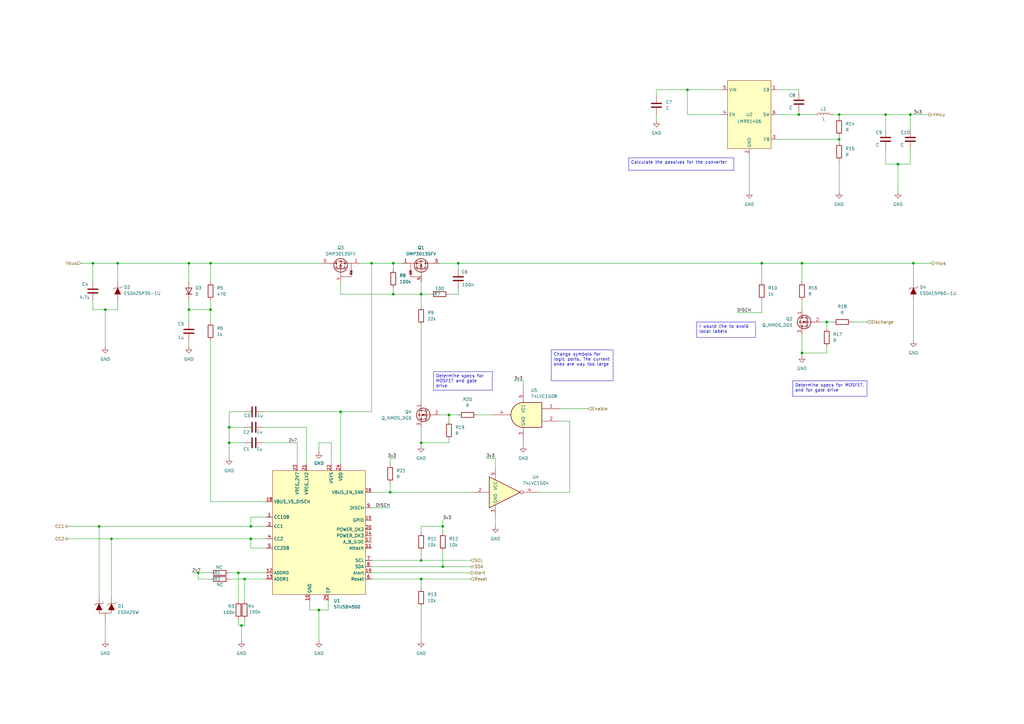
<source format=kicad_sch>
(kicad_sch (version 20231120) (generator "eeschema") (generator_version "8.0")
  (paper "A3")
  (lib_symbols
    (symbol "74xGxx:74LVC1G04"
      (property "Reference" "U" (at 0 7.62 0))
      (property "Value" "74LVC1G04" (at 5.08 -7.62 0))
      (symbol "74LVC1G04_0_1"
        (polyline (pts (xy -7.62 6.35) (xy -7.62 -6.35) (xy 5.08 0) (xy -7.62 6.35)) (stroke (width 0.254)) (fill (type background)))
      )
      (symbol "74LVC1G04_1_1"
        (pin input line (at -15.24 0 0) (length 7.62) (name "~") (number "2"))
        (pin power_in line (at -5.08 -10.16 90) (length 5.08) (name "GND") (number "3"))
        (pin output inverted (at 12.7 0 180) (length 7.62) (name "~") (number "4"))
        (pin power_in line (at -5.08 10.16 270) (length 5.08) (name "VCC") (number "5"))
      )
    )
    (symbol "74xGxx:74LVC1G08"
      (property "Reference" "U" (at -5.08 7.62 0))
      (property "Value" "74LVC1G08" (at 7.62 -7.62 0))
      (symbol "74LVC1G08_0_1"
        (arc (start 0 -5.08) (mid 5.0579 0) (end 0 5.08) (stroke (width 0.254)) (fill (type background)))
        (polyline (pts (xy 0 -5.08) (xy -7.62 -5.08) (xy -7.62 5.08) (xy 0 5.08)) (stroke (width 0.254)) (fill (type background)))
      )
      (symbol "74LVC1G08_1_1"
        (pin input line (at -15.24 2.54 0) (length 7.62) (name "~") (number "1"))
        (pin input line (at -15.24 -2.54 0) (length 7.62) (name "~") (number "2"))
        (pin power_in line (at 0 -10.16 90) (length 5.08) (name "GND") (number "3"))
        (pin output line (at 12.7 0 180) (length 7.62) (name "~") (number "4"))
        (pin power_in line (at 0 10.16 270) (length 5.08) (name "VCC") (number "5"))
      )
    )
    (symbol "Device:C" (pin_numbers hide) (pin_names (offset 0.254))
      (property "Reference" "C" (at 0.635 2.54 0))
      (property "Value" "C" (at 0.635 -2.54 0))
      (symbol "C_0_1"
        (polyline (pts (xy -2.032 -0.762) (xy 2.032 -0.762)) (stroke (width 0.508)))
        (polyline (pts (xy -2.032 0.762) (xy 2.032 0.762)) (stroke (width 0.508)))
      )
      (symbol "C_1_1"
        (pin passive line (at 0 3.81 270) (length 2.794) (name "~") (number "1"))
        (pin passive line (at 0 -3.81 90) (length 2.794) (name "~") (number "2"))
      )
    )
    (symbol "Device:D" (pin_numbers hide) (pin_names (offset 1.016) hide)
      (property "Reference" "D" (at 0 2.54 0))
      (property "Value" "D" (at 0 -2.54 0))
      (symbol "D_0_1"
        (polyline (pts (xy -1.27 1.27) (xy -1.27 -1.27)) (stroke (width 0.254)))
        (polyline (pts (xy 1.27 0) (xy -1.27 0)))
        (polyline (pts (xy 1.27 1.27) (xy 1.27 -1.27) (xy -1.27 0) (xy 1.27 1.27)) (stroke (width 0.254)))
      )
      (symbol "D_1_1"
        (pin passive line (at -3.81 0 0) (length 2.54) (name "K") (number "1"))
        (pin passive line (at 3.81 0 180) (length 2.54) (name "A") (number "2"))
      )
    )
    (symbol "Device:L" (pin_numbers hide) (pin_names (offset 1.016) hide)
      (property "Reference" "L" (at -1.27 0 90))
      (property "Value" "L" (at 1.905 0 90))
      (symbol "L_0_1"
        (arc (start 0 -2.54) (mid 0.6323 -1.905) (end 0 -1.27))
        (arc (start 0 -1.27) (mid 0.6323 -0.635) (end 0 0))
        (arc (start 0 0) (mid 0.6323 0.635) (end 0 1.27))
        (arc (start 0 1.27) (mid 0.6323 1.905) (end 0 2.54))
      )
      (symbol "L_1_1"
        (pin passive line (at 0 3.81 270) (length 1.27) (name "1") (number "1"))
        (pin passive line (at 0 -3.81 90) (length 1.27) (name "2") (number "2"))
      )
    )
    (symbol "Device:Q_NMOS_DGS" (pin_names (offset 0) hide)
      (property "Reference" "Q" (at 5.08 1.27 0))
      (property "Value" "Q_NMOS_DGS" (at 5.08 -1.27 0))
      (symbol "Q_NMOS_DGS_0_1"
        (polyline (pts (xy 0.254 0) (xy -2.54 0)))
        (polyline (pts (xy 0.254 1.905) (xy 0.254 -1.905)) (stroke (width 0.254)))
        (polyline (pts (xy 0.762 -1.27) (xy 0.762 -2.286)) (stroke (width 0.254)))
        (polyline (pts (xy 0.762 0.508) (xy 0.762 -0.508)) (stroke (width 0.254)))
        (polyline (pts (xy 0.762 2.286) (xy 0.762 1.27)) (stroke (width 0.254)))
        (polyline (pts (xy 2.54 2.54) (xy 2.54 1.778)))
        (polyline (pts (xy 2.54 -2.54) (xy 2.54 0) (xy 0.762 0)))
        (polyline (pts (xy 0.762 -1.778) (xy 3.302 -1.778) (xy 3.302 1.778) (xy 0.762 1.778)))
        (polyline (pts (xy 1.016 0) (xy 2.032 0.381) (xy 2.032 -0.381) (xy 1.016 0)) (fill (type outline)))
        (polyline (pts (xy 2.794 0.508) (xy 2.921 0.381) (xy 3.683 0.381) (xy 3.81 0.254)))
        (polyline (pts (xy 3.302 0.381) (xy 2.921 -0.254) (xy 3.683 -0.254) (xy 3.302 0.381)))
        (circle (center 1.651 0) (radius 2.794) (stroke (width 0.254)))
        (circle (center 2.54 -1.778) (radius 0.254) (fill (type outline)))
        (circle (center 2.54 1.778) (radius 0.254) (fill (type outline)))
      )
      (symbol "Q_NMOS_DGS_1_1"
        (pin passive line (at 2.54 5.08 270) (length 2.54) (name "D") (number "1"))
        (pin input line (at -5.08 0 0) (length 2.54) (name "G") (number "2"))
        (pin passive line (at 2.54 -5.08 90) (length 2.54) (name "S") (number "3"))
      )
    )
    (symbol "Device:R" (pin_numbers hide) (pin_names (offset 0))
      (property "Reference" "R" (at 2.032 0 90))
      (property "Value" "R" (at 0 0 90))
      (symbol "R_0_1"
        (rectangle (start -1.016 -2.54) (end 1.016 2.54) (stroke (width 0.254)))
      )
      (symbol "R_1_1"
        (pin passive line (at 0 3.81 270) (length 1.27) (name "~") (number "1"))
        (pin passive line (at 0 -3.81 90) (length 1.27) (name "~") (number "2"))
      )
    )
    (symbol "Pyllr_Converter_DCDC:LMR51406"
      (property "Reference" "U" (at 0 0 0))
      (property "Value" "LMR51406" (at 0 -2.286 0))
      (symbol "LMR51406_1_1"
        (rectangle (start -8.89 13.97) (end 8.89 -13.97) (fill (type background)))
        (pin passive line (at 11.43 10.16 180) (length 2.54) (name "CB") (number "1"))
        (pin power_out line (at 0 -16.51 90) (length 2.54) (name "GND") (number "2"))
        (pin passive line (at 11.43 -10.16 180) (length 2.54) (name "FB") (number "3"))
        (pin input line (at -11.43 0 0) (length 2.54) (name "EN") (number "4"))
        (pin power_in line (at -11.43 10.16 0) (length 2.54) (name "VIN") (number "5"))
        (pin power_out line (at 11.43 0 180) (length 2.54) (name "SW") (number "6"))
      )
    )
    (symbol "Pyllr_Interface_USB:STUSB4500QTR"
      (property "Reference" "U" (at 0.127 1.905 0))
      (property "Value" "STUSB4500" (at -0.127 -0.381 0))
      (symbol "STUSB4500QTR_1_1"
        (rectangle (start -19.05 25.4) (end 19.05 -25.4) (fill (type background)))
        (pin bidirectional line (at -21.59 6.35 0) (length 2.54) (name "CC1DB") (number "1"))
        (pin power_out line (at -3.81 -27.94 90) (length 2.54) (name "GND") (number "10"))
        (pin output line (at 21.59 -6.35 180) (length 2.54) (name "Attach") (number "11"))
        (pin input line (at -21.59 -16.51 0) (length 2.54) (name "ADDR0") (number "12"))
        (pin input line (at -21.59 -19.05 0) (length 2.54) (name "ADDR1") (number "13"))
        (pin output line (at 21.59 -1.27 180) (length 2.54) (name "POWER_OK3") (number "14"))
        (pin output line (at 21.59 5.08 180) (length 2.54) (name "GPIO") (number "15"))
        (pin open_collector line (at 21.59 16.51 180) (length 2.54) (name "VBUS_EN_SNK") (number "16"))
        (pin output line (at 21.59 -3.81 180) (length 2.54) (name "A_B_SIDE") (number "17"))
        (pin open_collector line (at -21.59 12.7 0) (length 2.54) (name "VBUS_VS_DISCH") (number "18"))
        (pin output line (at 21.59 -16.51 180) (length 2.54) (name "Alert") (number "19"))
        (pin bidirectional line (at -21.59 2.54 0) (length 2.54) (name "CC1") (number "2"))
        (pin output line (at 21.59 1.27 180) (length 2.54) (name "POWER_OK2") (number "20"))
        (pin power_out line (at -5.08 27.94 270) (length 2.54) (name "VREG_1V2") (number "21"))
        (pin power_in line (at 5.08 27.94 270) (length 2.54) (name "VSYS") (number "22"))
        (pin power_out line (at -8.89 27.94 270) (length 2.54) (name "VREG_2V7") (number "23"))
        (pin power_in line (at 8.89 27.94 270) (length 2.54) (name "VDD") (number "24"))
        (pin power_out line (at 3.81 -27.94 90) (length 2.54) (name "EP") (number "25"))
        (pin no_connect line (at 0 -27.94 90) (length 2.54) hide (name "NC") (number "3"))
        (pin bidirectional line (at -21.59 -2.54 0) (length 2.54) (name "CC2") (number "4"))
        (pin bidirectional line (at -21.59 -6.35 0) (length 2.54) (name "CC2DB") (number "5"))
        (pin input line (at 21.59 -19.05 180) (length 2.54) (name "Reset") (number "6"))
        (pin input line (at 21.59 -11.43 180) (length 2.54) (name "SCL") (number "7"))
        (pin bidirectional line (at 21.59 -13.97 180) (length 2.54) (name "SDA") (number "8"))
        (pin open_collector line (at 21.59 10.16 180) (length 2.54) (name "DISCH") (number "9"))
      )
    )
    (symbol "Pyllr_Power_Protection:ESDA25W" (pin_numbers hide) (pin_names hide)
      (property "Reference" "D" (at 5.842 -0.127 0))
      (property "Value" "ESDA25W" (at 9.652 -2.286 0))
      (symbol "ESDA25W_0_1"
        (polyline (pts (xy 0 -2.54) (xy 0 -3.81)))
        (polyline (pts (xy 2.54 -1.27) (xy 2.54 -2.54) (xy -2.54 -2.54) (xy -2.54 -1.27)))
      )
      (symbol "ESDA25W_1_1"
        (polyline (pts (xy -2.54 1.27) (xy -3.81 1.27) (xy -4.445 0.635)))
        (polyline (pts (xy -2.54 1.27) (xy -1.27 1.27) (xy -0.635 1.905)))
        (polyline (pts (xy 2.54 1.27) (xy 1.27 1.27) (xy 0.635 0.635)))
        (polyline (pts (xy 2.54 1.27) (xy 3.81 1.27) (xy 4.445 1.905)))
        (polyline (pts (xy -3.81 -1.27) (xy -1.27 -1.27) (xy -2.54 1.27) (xy -3.81 -1.27)) (fill (type outline)))
        (polyline (pts (xy 1.27 -1.27) (xy 3.81 -1.27) (xy 2.54 1.27) (xy 1.27 -1.27)) (fill (type outline)))
        (pin passive line (at 2.54 3.81 270) (length 2.54) (name "~") (number "1"))
        (pin passive line (at -2.54 3.81 270) (length 2.54) (name "~") (number "2"))
        (pin passive line (at 0 -6.35 90) (length 2.54) (name "~") (number "3"))
      )
    )
    (symbol "Pyllr_Power_Protection:ESDAxxPxx-1U" (pin_numbers hide) (pin_names hide)
      (property "Reference" "D" (at 3.683 1.27 0))
      (property "Value" "ESDAxxPxx-1U" (at 10.16 -1.143 0))
      (symbol "ESDAxxPxx-1U_1_1"
        (polyline (pts (xy 0 1.27) (xy -1.27 1.27) (xy -1.905 0.635)))
        (polyline (pts (xy 0 1.27) (xy 1.27 1.27) (xy 1.905 1.905)))
        (polyline (pts (xy -1.27 -1.27) (xy 1.27 -1.27) (xy 0 1.27) (xy -1.27 -1.27)) (fill (type outline)))
        (pin passive line (at 0 3.81 270) (length 2.54) (name "~") (number "1"))
        (pin passive line (at 0 -3.81 90) (length 2.54) (name "~") (number "2"))
      )
    )
    (symbol "Pyllr_Transistor_FET:DMP3013SFV"
      (property "Reference" "Q" (at 3.302 0.508 0))
      (property "Value" "DMP3013SFV" (at 8.89 -1.778 0))
      (symbol "DMP3013SFV_0_1"
        (circle (center -0.889 0) (radius 2.794) (stroke (width 0.254)))
        (circle (center 0 -1.778) (radius 0.254) (fill (type outline)))
        (polyline (pts (xy -2.286 0) (xy -5.08 0)))
        (polyline (pts (xy -2.286 1.905) (xy -2.286 -1.905)) (stroke (width 0.254)))
        (polyline (pts (xy -1.778 -1.27) (xy -1.778 -2.286)) (stroke (width 0.254)))
        (polyline (pts (xy -1.778 0.508) (xy -1.778 -0.508)) (stroke (width 0.254)))
        (polyline (pts (xy -1.778 2.286) (xy -1.778 1.27)) (stroke (width 0.254)))
        (polyline (pts (xy 0 -1.905) (xy 0 -5.08)))
        (polyline (pts (xy 0 2.54) (xy 0 1.778)))
        (polyline (pts (xy 0 5.08) (xy 0 1.905)))
        (polyline (pts (xy 0 -2.54) (xy 0 0) (xy -1.778 0)))
        (polyline (pts (xy -1.778 1.778) (xy 0.762 1.778) (xy 0.762 -1.778) (xy -1.778 -1.778)))
        (polyline (pts (xy -0.254 0) (xy -1.27 0.381) (xy -1.27 -0.381) (xy -0.254 0)) (fill (type outline)))
        (polyline (pts (xy 0.254 -0.508) (xy 0.381 -0.381) (xy 1.143 -0.381) (xy 1.27 -0.254)))
        (polyline (pts (xy 0.762 -0.381) (xy 0.381 0.254) (xy 1.143 0.254) (xy 0.762 -0.381)))
        (circle (center 0 1.778) (radius 0.254) (fill (type outline)))
      )
      (symbol "DMP3013SFV_1_1"
        (polyline (pts (xy -3.048 -4.318) (xy 0 -4.318)))
        (polyline (pts (xy -4.572 -4.318) (xy -5.588 -4.318) (xy -5.588 0)))
        (polyline (pts (xy -3.81 -4.318) (xy -3.81 -4.826) (xy -3.556 -5.08)))
        (polyline (pts (xy -3.81 -4.318) (xy -3.81 -3.81) (xy -4.064 -3.556)))
        (polyline (pts (xy -3.81 -4.318) (xy -4.572 -3.81) (xy -4.572 -4.826) (xy -3.81 -4.318)) (fill (type outline)))
        (polyline (pts (xy -3.81 -4.318) (xy -3.048 -4.826) (xy -3.048 -3.81) (xy -3.81 -4.318)) (fill (type outline)))
        (pin passive line (at 0 -7.62 90) (length 2.54) (name "~") (number "1"))
        (pin passive line (at 0 -7.62 90) (length 2.54) hide (name "~") (number "2"))
        (pin passive line (at 0 -7.62 90) (length 2.54) hide (name "~") (number "3"))
        (pin input line (at -7.62 0 0) (length 2.54) (name "~") (number "4"))
        (pin passive line (at 0 7.62 270) (length 2.54) (name "~") (number "5"))
      )
    )
    (symbol "power:GND" (power) (pin_numbers hide) (pin_names (offset 0) hide)
      (property "Value" "GND" (at 0 -3.81 0))
      (symbol "GND_0_1"
        (polyline (pts (xy 0 0) (xy 0 -1.27) (xy 1.27 -1.27) (xy 0 -2.54) (xy -1.27 -1.27) (xy 0 -1.27)))
      )
      (symbol "GND_1_1"
        (pin power_in line (at 0 0 270) (length 0) (name "~") (number "1"))
      )
    )
  )
  (junction (at 86.36 127))
  (junction (at 281.94 36.83))
  (junction (at 48.26 107.95))
  (junction (at 93.98 181.61))
  (junction (at 187.96 107.95))
  (junction (at 181.61 232.41))
  (junction (at 161.29 107.95))
  (junction (at 327.66 46.99))
  (junction (at 40.64 215.9))
  (junction (at 373.38 46.99))
  (junction (at 152.4 107.95))
  (junction (at 339.09 132.08))
  (junction (at 38.1 107.95))
  (junction (at 100.33 237.49))
  (junction (at 172.72 237.49))
  (junction (at 93.98 175.26))
  (junction (at 139.7 168.91))
  (junction (at 328.93 107.95))
  (junction (at 81.28 234.95))
  (junction (at 328.93 144.78))
  (junction (at 77.47 127))
  (junction (at 130.81 250.19))
  (junction (at 181.61 215.9))
  (junction (at 172.72 229.87))
  (junction (at 86.36 107.95))
  (junction (at 363.22 46.99))
  (junction (at 344.17 46.99))
  (junction (at 45.72 220.98))
  (junction (at 77.47 107.95))
  (junction (at 344.17 57.15))
  (junction (at 184.15 170.18))
  (junction (at 312.42 107.95))
  (junction (at 172.72 120.65))
  (junction (at 102.87 220.98))
  (junction (at 160.02 201.93))
  (junction (at 43.18 127))
  (junction (at 161.29 120.65))
  (junction (at 172.72 181.61))
  (junction (at 99.06 256.54))
  (junction (at 374.65 107.95))
  (junction (at 368.3 67.31))
  (junction (at 102.87 215.9))
  (junction (at 97.79 234.95))
  (wire (pts (xy 152.4 237.49) (xy 172.72 237.49)))
  (wire (pts (xy 374.65 123.19) (xy 374.65 139.7)))
  (wire (pts (xy 339.09 132.08) (xy 339.09 134.62)))
  (wire (pts (xy 77.47 107.95) (xy 77.47 115.57)))
  (wire (pts (xy 93.98 168.91) (xy 93.98 175.26)))
  (wire (pts (xy 172.72 120.65) (xy 172.72 125.73)))
  (wire (pts (xy 328.93 107.95) (xy 328.93 115.57)))
  (wire (pts (xy 307.34 63.5) (xy 307.34 78.74)))
  (wire (pts (xy 40.64 215.9) (xy 40.64 245.11)))
  (wire (pts (xy 312.42 107.95) (xy 312.42 115.57)))
  (wire (pts (xy 48.26 107.95) (xy 77.47 107.95)))
  (wire (pts (xy 77.47 127) (xy 86.36 127)))
  (wire (pts (xy 269.24 36.83) (xy 281.94 36.83)))
  (wire (pts (xy 363.22 67.31) (xy 368.3 67.31)))
  (wire (pts (xy 363.22 60.96) (xy 363.22 67.31)))
  (wire (pts (xy 373.38 60.96) (xy 373.38 67.31)))
  (wire (pts (xy 172.72 181.61) (xy 184.15 181.61)))
  (wire (pts (xy 363.22 46.99) (xy 363.22 53.34)))
  (wire (pts (xy 203.2 187.96) (xy 199.39 187.96)))
  (wire (pts (xy 135.89 181.61) (xy 130.81 181.61)))
  (wire (pts (xy 86.36 139.7) (xy 86.36 205.74)))
  (wire (pts (xy 172.72 181.61) (xy 172.72 182.88)))
  (wire (pts (xy 318.77 36.83) (xy 327.66 36.83)))
  (wire (pts (xy 48.26 107.95) (xy 48.26 115.57)))
  (wire (pts (xy 130.81 250.19) (xy 134.62 250.19)))
  (wire (pts (xy 172.72 237.49) (xy 193.04 237.49)))
  (wire (pts (xy 195.58 170.18) (xy 201.93 170.18)))
  (wire (pts (xy 130.81 262.89) (xy 130.81 250.19)))
  (wire (pts (xy 152.4 232.41) (xy 181.61 232.41)))
  (wire (pts (xy 344.17 46.99) (xy 363.22 46.99)))
  (wire (pts (xy 160.02 198.12) (xy 160.02 201.93)))
  (wire (pts (xy 109.22 220.98) (xy 102.87 220.98)))
  (wire (pts (xy 27.94 215.9) (xy 40.64 215.9)))
  (wire (pts (xy 135.89 190.5) (xy 135.89 181.61)))
  (wire (pts (xy 102.87 215.9) (xy 102.87 212.09)))
  (wire (pts (xy 180.34 107.95) (xy 187.96 107.95)))
  (wire (pts (xy 125.73 175.26) (xy 125.73 190.5)))
  (wire (pts (xy 339.09 132.08) (xy 341.63 132.08)))
  (wire (pts (xy 130.81 250.19) (xy 127 250.19)))
  (wire (pts (xy 152.4 107.95) (xy 161.29 107.95)))
  (wire (pts (xy 344.17 46.99) (xy 344.17 48.26)))
  (wire (pts (xy 220.98 201.93) (xy 233.68 201.93)))
  (wire (pts (xy 99.06 256.54) (xy 100.33 256.54)))
  (wire (pts (xy 281.94 46.99) (xy 295.91 46.99)))
  (wire (pts (xy 38.1 127) (xy 43.18 127)))
  (wire (pts (xy 38.1 107.95) (xy 48.26 107.95)))
  (wire (pts (xy 210.82 156.21) (xy 214.63 156.21)))
  (wire (pts (xy 172.72 133.35) (xy 172.72 165.1)))
  (wire (pts (xy 77.47 107.95) (xy 86.36 107.95)))
  (wire (pts (xy 344.17 55.88) (xy 344.17 57.15)))
  (wire (pts (xy 312.42 107.95) (xy 328.93 107.95)))
  (wire (pts (xy 312.42 123.19) (xy 312.42 128.27)))
  (wire (pts (xy 127 250.19) (xy 127 246.38)))
  (wire (pts (xy 336.55 132.08) (xy 339.09 132.08)))
  (wire (pts (xy 187.96 118.11) (xy 187.96 120.65)))
  (wire (pts (xy 38.1 107.95) (xy 38.1 115.57)))
  (wire (pts (xy 93.98 175.26) (xy 93.98 181.61)))
  (wire (pts (xy 184.15 170.18) (xy 187.96 170.18)))
  (wire (pts (xy 130.81 181.61) (xy 130.81 185.42)))
  (wire (pts (xy 81.28 237.49) (xy 86.36 237.49)))
  (wire (pts (xy 152.4 208.28) (xy 160.02 208.28)))
  (wire (pts (xy 328.93 144.78) (xy 328.93 146.05)))
  (wire (pts (xy 134.62 250.19) (xy 134.62 246.38)))
  (wire (pts (xy 100.33 256.54) (xy 100.33 254)))
  (wire (pts (xy 181.61 232.41) (xy 181.61 226.06)))
  (wire (pts (xy 139.7 120.65) (xy 161.29 120.65)))
  (wire (pts (xy 161.29 107.95) (xy 161.29 110.49)))
  (wire (pts (xy 368.3 67.31) (xy 368.3 78.74)))
  (wire (pts (xy 172.72 215.9) (xy 172.72 218.44)))
  (wire (pts (xy 318.77 57.15) (xy 344.17 57.15)))
  (wire (pts (xy 181.61 215.9) (xy 181.61 218.44)))
  (wire (pts (xy 344.17 66.04) (xy 344.17 78.74)))
  (wire (pts (xy 269.24 46.99) (xy 269.24 49.53)))
  (wire (pts (xy 77.47 123.19) (xy 77.47 127)))
  (wire (pts (xy 81.28 234.95) (xy 86.36 234.95)))
  (wire (pts (xy 172.72 175.26) (xy 172.72 181.61)))
  (wire (pts (xy 341.63 46.99) (xy 344.17 46.99)))
  (wire (pts (xy 184.15 180.34) (xy 184.15 181.61)))
  (wire (pts (xy 107.95 168.91) (xy 139.7 168.91)))
  (wire (pts (xy 152.4 168.91) (xy 152.4 107.95)))
  (wire (pts (xy 147.32 107.95) (xy 152.4 107.95)))
  (wire (pts (xy 93.98 237.49) (xy 100.33 237.49)))
  (wire (pts (xy 86.36 127) (xy 86.36 132.08)))
  (wire (pts (xy 363.22 46.99) (xy 373.38 46.99)))
  (wire (pts (xy 102.87 220.98) (xy 102.87 224.79)))
  (wire (pts (xy 172.72 120.65) (xy 172.72 115.57)))
  (wire (pts (xy 86.36 205.74) (xy 109.22 205.74)))
  (wire (pts (xy 187.96 107.95) (xy 312.42 107.95)))
  (wire (pts (xy 187.96 120.65) (xy 184.15 120.65)))
  (wire (pts (xy 152.4 201.93) (xy 160.02 201.93)))
  (wire (pts (xy 328.93 107.95) (xy 374.65 107.95)))
  (wire (pts (xy 97.79 256.54) (xy 99.06 256.54)))
  (wire (pts (xy 97.79 254) (xy 97.79 256.54)))
  (wire (pts (xy 107.95 181.61) (xy 121.92 181.61)))
  (wire (pts (xy 109.22 215.9) (xy 102.87 215.9)))
  (wire (pts (xy 86.36 107.95) (xy 132.08 107.95)))
  (wire (pts (xy 281.94 36.83) (xy 281.94 46.99)))
  (wire (pts (xy 45.72 220.98) (xy 45.72 245.11)))
  (wire (pts (xy 97.79 234.95) (xy 97.79 246.38)))
  (wire (pts (xy 328.93 137.16) (xy 328.93 144.78)))
  (wire (pts (xy 78.74 234.95) (xy 81.28 234.95)))
  (wire (pts (xy 172.72 229.87) (xy 193.04 229.87)))
  (wire (pts (xy 374.65 107.95) (xy 374.65 115.57)))
  (wire (pts (xy 161.29 118.11) (xy 161.29 120.65)))
  (wire (pts (xy 233.68 172.72) (xy 229.87 172.72)))
  (wire (pts (xy 33.02 107.95) (xy 38.1 107.95)))
  (wire (pts (xy 269.24 36.83) (xy 269.24 39.37)))
  (wire (pts (xy 77.47 127) (xy 77.47 132.08)))
  (wire (pts (xy 368.3 67.31) (xy 373.38 67.31)))
  (wire (pts (xy 214.63 180.34) (xy 214.63 182.88)))
  (wire (pts (xy 181.61 232.41) (xy 193.04 232.41)))
  (wire (pts (xy 373.38 46.99) (xy 373.38 53.34)))
  (wire (pts (xy 100.33 237.49) (xy 100.33 246.38)))
  (wire (pts (xy 160.02 187.96) (xy 162.56 187.96)))
  (wire (pts (xy 27.94 220.98) (xy 45.72 220.98)))
  (wire (pts (xy 102.87 212.09) (xy 109.22 212.09)))
  (wire (pts (xy 373.38 46.99) (xy 381 46.99)))
  (wire (pts (xy 97.79 234.95) (xy 109.22 234.95)))
  (wire (pts (xy 139.7 168.91) (xy 152.4 168.91)))
  (wire (pts (xy 339.09 144.78) (xy 328.93 144.78)))
  (wire (pts (xy 77.47 139.7) (xy 77.47 142.24)))
  (wire (pts (xy 102.87 224.79) (xy 109.22 224.79)))
  (wire (pts (xy 374.65 107.95) (xy 382.27 107.95)))
  (wire (pts (xy 327.66 36.83) (xy 327.66 38.1)))
  (wire (pts (xy 181.61 215.9) (xy 172.72 215.9)))
  (wire (pts (xy 81.28 234.95) (xy 81.28 237.49)))
  (wire (pts (xy 181.61 213.36) (xy 181.61 215.9)))
  (wire (pts (xy 318.77 46.99) (xy 327.66 46.99)))
  (wire (pts (xy 328.93 123.19) (xy 328.93 127)))
  (wire (pts (xy 214.63 160.02) (xy 214.63 156.21)))
  (wire (pts (xy 339.09 142.24) (xy 339.09 144.78)))
  (wire (pts (xy 45.72 220.98) (xy 102.87 220.98)))
  (wire (pts (xy 139.7 168.91) (xy 139.7 190.5)))
  (wire (pts (xy 172.72 229.87) (xy 172.72 226.06)))
  (wire (pts (xy 38.1 123.19) (xy 38.1 127)))
  (wire (pts (xy 344.17 57.15) (xy 344.17 58.42)))
  (wire (pts (xy 203.2 191.77) (xy 203.2 187.96)))
  (wire (pts (xy 139.7 120.65) (xy 139.7 115.57)))
  (wire (pts (xy 233.68 201.93) (xy 233.68 172.72)))
  (wire (pts (xy 99.06 256.54) (xy 99.06 262.89)))
  (wire (pts (xy 100.33 181.61) (xy 93.98 181.61)))
  (wire (pts (xy 152.4 234.95) (xy 193.04 234.95)))
  (wire (pts (xy 172.72 237.49) (xy 172.72 241.3)))
  (wire (pts (xy 187.96 107.95) (xy 187.96 110.49)))
  (wire (pts (xy 86.36 123.19) (xy 86.36 127)))
  (wire (pts (xy 160.02 190.5) (xy 160.02 187.96)))
  (wire (pts (xy 43.18 127) (xy 43.18 142.24)))
  (wire (pts (xy 161.29 120.65) (xy 172.72 120.65)))
  (wire (pts (xy 40.64 215.9) (xy 102.87 215.9)))
  (wire (pts (xy 229.87 167.64) (xy 241.3 167.64)))
  (wire (pts (xy 100.33 168.91) (xy 93.98 168.91)))
  (wire (pts (xy 43.18 255.27) (xy 43.18 262.89)))
  (wire (pts (xy 93.98 181.61) (xy 93.98 187.96)))
  (wire (pts (xy 327.66 45.72) (xy 327.66 46.99)))
  (wire (pts (xy 93.98 234.95) (xy 97.79 234.95)))
  (wire (pts (xy 172.72 248.92) (xy 172.72 262.89)))
  (wire (pts (xy 48.26 123.19) (xy 48.26 127)))
  (wire (pts (xy 86.36 107.95) (xy 86.36 115.57)))
  (wire (pts (xy 152.4 229.87) (xy 172.72 229.87)))
  (wire (pts (xy 203.2 212.09) (xy 203.2 215.9)))
  (wire (pts (xy 100.33 237.49) (xy 109.22 237.49)))
  (wire (pts (xy 161.29 107.95) (xy 165.1 107.95)))
  (wire (pts (xy 302.26 128.27) (xy 312.42 128.27)))
  (wire (pts (xy 184.15 170.18) (xy 184.15 172.72)))
  (wire (pts (xy 180.34 170.18) (xy 184.15 170.18)))
  (wire (pts (xy 43.18 127) (xy 48.26 127)))
  (wire (pts (xy 281.94 36.83) (xy 295.91 36.83)))
  (wire (pts (xy 172.72 120.65) (xy 176.53 120.65)))
  (wire (pts (xy 349.25 132.08) (xy 355.6 132.08)))
  (wire (pts (xy 327.66 46.99) (xy 334.01 46.99)))
  (wire (pts (xy 121.92 181.61) (xy 121.92 190.5)))
  (wire (pts (xy 160.02 201.93) (xy 193.04 201.93)))
  (wire (pts (xy 107.95 175.26) (xy 125.73 175.26)))
  (wire (pts (xy 100.33 175.26) (xy 93.98 175.26)))
  (text_box "Determine specs for MOSFET, and for gate drive" (at 325.12 156.21 0) (size 30.48 6.35) (effects (font (size 1.27 1.27)) (justify left top)))
  (text_box "Calculate the passives for the converter" (at 257.81 64.77 0) (size 43.18 5.08) (effects (font (size 1.27 1.27)) (justify left top)))
  (text_box "I would like to avoid local labels" (at 285.75 132.08 0) (size 24.13 6.35) (effects (font (size 1.27 1.27)) (justify left top)))
  (text_box "Determine specs for MOSFET and gate drive" (at 177.8 152.4 0) (size 24.13 7.62) (effects (font (size 1.27 1.27)) (justify left top)))
  (text_box "Change symbols for logic ports. The current ones are way too large" (at 226.06 143.51 0) (size 25.4 12.7) (effects (font (size 1.27 1.27)) (justify left top)))
  (label "3v3" (at 210.82 156.21 0))
  (label "3v3" (at 199.39 187.96 0))
  (label "3v3" (at 162.56 187.96 180))
  (label "2v7" (at 78.74 234.95 0))
  (label "3v3" (at 374.65 46.99 0))
  (label "DISCH" (at 302.26 128.27 0))
  (label "2v7" (at 121.92 181.61 180))
  (label "3v3" (at 181.61 213.36 0))
  (label "DISCH" (at 160.02 208.28 180))
  (hierarchical_label "SCL" (shape input) (at 193.04 229.87 0))
  (hierarchical_label "CC2" (shape bidirectional) (at 27.94 220.98 180))
  (hierarchical_label "CC1" (shape bidirectional) (at 27.94 215.9 180))
  (hierarchical_label "Vsys" (shape output) (at 382.27 107.95 0))
  (hierarchical_label "Vmcu" (shape output) (at 381 46.99 0))
  (hierarchical_label "Alert" (shape output) (at 193.04 234.95 0))
  (hierarchical_label "SDA" (shape bidirectional) (at 193.04 232.41 0))
  (hierarchical_label "Enable" (shape input) (at 241.3 167.64 0))
  (hierarchical_label "Vbus" (shape input) (at 33.02 107.95 180))
  (hierarchical_label "Discharge" (shape input) (at 355.6 132.08 0))
  (hierarchical_label "Reset" (shape input) (at 193.04 237.49 0))
  (symbol (lib_id "Device:R") (at 344.17 52.07 0) (unit 1)
    (property "Reference" "R14" (at 346.71 50.7999 0) (effects (justify left)))
    (property "Value" "R" (at 346.71 53.3399 0) (effects (justify left)))
    (property "Description" "Resistor" (effects (hide yes)))
  )
  (symbol (lib_id "power:GND") (at 43.18 142.24 0) (unit 1)
    (property "Reference" "#PWR08" (effects (hide yes)))
    (property "Value" "GND" (at 43.18 147.32 0))
    (property "Description" "Power symbol creates a global label with name \"GND\" , ground" (effects (hide yes)))
  )
  (symbol (lib_id "Device:C") (at 77.47 135.89 0) (unit 1)
    (property "Reference" "C5" (at 72.898 132.8419 0) (effects (justify left)))
    (property "Value" "1u" (at 72.898 138.4299 0) (effects (justify left)))
    (property "Description" "Unpolarized capacitor" (effects (hide yes)))
  )
  (symbol (lib_id "Device:R") (at 328.93 119.38 0) (unit 1)
    (property "Reference" "R16" (at 331.47 118.1099 0) (effects (justify left)))
    (property "Value" "R" (at 331.47 120.6499 0) (effects (justify left)))
    (property "Description" "Resistor" (effects (hide yes)))
  )
  (symbol (lib_id "Pyllr_Power_Protection:ESDAxxPxx-1U") (at 374.65 119.38 0) (unit 1)
    (property "Reference" "D4" (at 377.19 117.7924 0) (effects (justify left)))
    (property "Value" "ESDA15P60-1U" (at 377.19 120.3324 0) (effects (justify left)))
    (property "Footprint" "Pyllr_Package_DFN_QFN:QFN-2L" (effects (hide yes)))
    (property "Datasheet" "https://www.st.com/resource/en/datasheet/esda7p60-1u1m.pdf" (effects (hide yes)))
  )
  (symbol (lib_id "Device:C") (at 363.22 57.15 0) (unit 1)
    (property "Reference" "C9" (at 359.156 54.3559 0) (effects (justify left)))
    (property "Value" "C" (at 359.156 59.4359 0) (effects (justify left)))
    (property "Description" "Unpolarized capacitor" (effects (hide yes)))
  )
  (symbol (lib_id "Device:C") (at 327.66 41.91 0) (unit 1)
    (property "Reference" "C8" (at 323.596 39.1159 0) (effects (justify left)))
    (property "Value" "C" (at 323.596 44.1959 0) (effects (justify left)))
    (property "Description" "Unpolarized capacitor" (effects (hide yes)))
  )
  (symbol (lib_id "power:GND") (at 344.17 78.74 0) (unit 1)
    (property "Reference" "#PWR014" (effects (hide yes)))
    (property "Value" "GND" (at 344.17 83.82 0))
    (property "Description" "Power symbol creates a global label with name \"GND\" , ground" (effects (hide yes)))
  )
  (symbol (lib_id "power:GND") (at 214.63 182.88 0) (unit 1)
    (property "Reference" "#PWR016" (effects (hide yes)))
    (property "Value" "GND" (at 214.63 187.96 0))
    (property "Description" "Power symbol creates a global label with name \"GND\" , ground" (effects (hide yes)))
  )
  (symbol (lib_id "Device:C") (at 373.38 57.15 0) (unit 1)
    (property "Reference" "C10" (at 369.316 54.3559 0) (effects (justify left)))
    (property "Value" "C" (at 369.316 59.4359 0) (effects (justify left)))
    (property "Description" "Unpolarized capacitor" (effects (hide yes)))
  )
  (symbol (lib_id "Device:R") (at 86.36 119.38 0) (unit 1)
    (property "Reference" "R5" (at 88.9 118.1099 0) (effects (justify left)))
    (property "Value" "470" (at 88.9 120.6499 0) (effects (justify left)))
    (property "Description" "Resistor" (effects (hide yes)))
  )
  (symbol (lib_id "Device:C") (at 187.96 114.3 180) (unit 1)
    (property "Reference" "C6" (at 189.23 111.5059 0) (effects (justify right)))
    (property "Value" "100n" (at 189.484 116.8399 0) (effects (justify right)))
    (property "Description" "Unpolarized capacitor" (effects (hide yes)))
  )
  (symbol (lib_id "Pyllr_Interface_USB:STUSB4500QTR") (at 130.81 218.44 0) (unit 1)
    (property "Reference" "U1" (at 136.8141 246.38 0) (effects (justify left)))
    (property "Value" "STUSB4500" (at 136.8141 248.92 0) (effects (justify left)))
    (property "Footprint" "Pyllr_Package_DFN_QFN:QFN-24_1EP_3.95x3.95mm_P0.5mm_2.55x2.55mm" (effects (hide yes)))
    (property "Datasheet" "https://www.st.com/resource/en/datasheet/stusb4500.pdf" (effects (hide yes)))
  )
  (symbol (lib_id "Pyllr_Transistor_FET:DMP3013SFV") (at 139.7 107.95 90) (unit 1)
    (property "Reference" "Q3" (at 139.7 101.6 90))
    (property "Value" "DMP3013SFV" (at 139.7 104.14 90))
    (property "Footprint" "Pyllr_Package_SON:PowerDI3333-8-UX" (effects (hide yes)))
    (property "Datasheet" "https://nl.mouser.com/datasheet/2/115/DIOD_S_A0008513542_1-2543083.pdf" (effects (hide yes)))
  )
  (symbol (lib_id "Pyllr_Converter_DCDC:LMR51406") (at 307.34 46.99 0) (unit 1)
    (property "Reference" "U2" (at 307.34 46.99 0))
    (property "Value" "LMR51406" (at 307.34 49.784 0))
    (property "Footprint" "Pyllr_Package_TO_SOT_SMD:SOT23-6_2.6W" (effects (hide yes)))
    (property "Datasheet" "https://www.ti.com/lit/ds/symlink/lmr51410.pdf?ts=1733317184428&ref_url=https%253A%252F%252Fwww.ti.com%252Fproduct%252FLMR51410" (effects (hide yes)))
  )
  (symbol (lib_id "Device:C") (at 104.14 168.91 270) (unit 1)
    (property "Reference" "C3" (at 101.346 170.434 90))
    (property "Value" "1u" (at 106.68 170.434 90))
    (property "Description" "Unpolarized capacitor" (effects (hide yes)))
  )
  (symbol (lib_id "Device:D") (at 77.47 119.38 90) (unit 1)
    (property "Reference" "D3" (at 80.01 118.1099 90) (effects (justify right)))
    (property "Value" "D" (at 80.01 120.6499 90) (effects (justify right)))
    (property "Description" "Diode" (effects (hide yes)))
    (property "Sim.Device" "D" (effects (hide yes)))
    (property "Sim.Pins" "1=K 2=A" (effects (hide yes)))
  )
  (symbol (lib_id "Device:R") (at 172.72 222.25 0) (unit 1)
    (property "Reference" "R11" (at 175.26 220.9799 0) (effects (justify left)))
    (property "Value" "10k" (at 175.26 223.5199 0) (effects (justify left)))
    (property "Description" "Resistor" (effects (hide yes)))
  )
  (symbol (lib_id "74xGxx:74LVC1G04") (at 208.28 201.93 0) (unit 1)
    (property "Reference" "U4" (at 219.71 195.6114 0))
    (property "Value" "74LVC1G04" (at 219.71 198.1514 0))
    (property "Datasheet" "https://www.ti.com/lit/ds/symlink/sn74lvc1g04.pdf" (effects (hide yes)))
    (property "Description" "Single NOT Gate, Low-Voltage CMOS" (effects (hide yes)))
  )
  (symbol (lib_id "Device:R") (at 345.44 132.08 90) (unit 1)
    (property "Reference" "R18" (at 345.44 125.73 90))
    (property "Value" "R" (at 345.44 128.27 90))
    (property "Description" "Resistor" (effects (hide yes)))
  )
  (symbol (lib_id "Device:Q_NMOS_DGS") (at 331.47 132.08 0) (mirror y) (unit 1)
    (property "Reference" "Q2" (at 325.12 130.8099 0) (effects (justify left)))
    (property "Value" "Q_NMOS_DGS" (at 325.12 133.3499 0) (effects (justify left)))
    (property "Description" "N-MOSFET transistor, drain/gate/source" (effects (hide yes)))
  )
  (symbol (lib_id "Device:R") (at 181.61 222.25 0) (unit 1)
    (property "Reference" "R12" (at 184.15 220.9799 0) (effects (justify left)))
    (property "Value" "10k" (at 184.15 223.5199 0) (effects (justify left)))
    (property "Description" "Resistor" (effects (hide yes)))
  )
  (symbol (lib_id "power:GND") (at 328.93 146.05 0) (unit 1)
    (property "Reference" "#PWR06" (effects (hide yes)))
    (property "Value" "GND" (at 328.93 151.13 0))
    (property "Description" "Power symbol creates a global label with name \"GND\" , ground" (effects (hide yes)))
  )
  (symbol (lib_id "Device:C") (at 104.14 175.26 270) (unit 1)
    (property "Reference" "C2" (at 101.092 177.292 90))
    (property "Value" "1u" (at 106.426 177.038 90))
    (property "Description" "Unpolarized capacitor" (effects (hide yes)))
  )
  (symbol (lib_id "power:GND") (at 172.72 182.88 0) (unit 1)
    (property "Reference" "#PWR015" (effects (hide yes)))
    (property "Value" "GND" (at 172.72 187.96 0))
    (property "Description" "Power symbol creates a global label with name \"GND\" , ground" (effects (hide yes)))
  )
  (symbol (lib_id "power:GND") (at 93.98 187.96 0) (unit 1)
    (property "Reference" "#PWR05" (effects (hide yes)))
    (property "Value" "GND" (at 93.98 193.04 0))
    (property "Description" "Power symbol creates a global label with name \"GND\" , ground" (effects (hide yes)))
  )
  (symbol (lib_id "Device:R") (at 90.17 237.49 90) (unit 1)
    (property "Reference" "R2" (at 89.154 237.49 90))
    (property "Value" "NC" (at 90.17 239.776 90))
    (property "Description" "Resistor" (effects (hide yes)))
  )
  (symbol (lib_id "Device:R") (at 97.79 250.19 180) (unit 1)
    (property "Reference" "R3" (at 93.472 248.6659 0) (effects (justify right)))
    (property "Value" "100k" (at 91.44 251.2059 0) (effects (justify right)))
    (property "Description" "Resistor" (effects (hide yes)))
  )
  (symbol (lib_id "power:GND") (at 172.72 262.89 0) (unit 1)
    (property "Reference" "#PWR011" (effects (hide yes)))
    (property "Value" "GND" (at 172.72 267.97 0))
    (property "Description" "Power symbol creates a global label with name \"GND\" , ground" (effects (hide yes)))
  )
  (symbol (lib_id "power:GND") (at 77.47 142.24 0) (unit 1)
    (property "Reference" "#PWR09" (effects (hide yes)))
    (property "Value" "GND" (at 77.47 147.32 0))
    (property "Description" "Power symbol creates a global label with name \"GND\" , ground" (effects (hide yes)))
  )
  (symbol (lib_id "Device:R") (at 184.15 176.53 0) (unit 1)
    (property "Reference" "R19" (at 186.69 175.2599 0) (effects (justify left)))
    (property "Value" "R" (at 186.69 177.7999 0) (effects (justify left)))
    (property "Description" "Resistor" (effects (hide yes)))
  )
  (symbol (lib_id "power:GND") (at 43.18 262.89 0) (unit 1)
    (property "Reference" "#PWR02" (effects (hide yes)))
    (property "Value" "GND" (at 43.18 267.97 0))
    (property "Description" "Power symbol creates a global label with name \"GND\" , ground" (effects (hide yes)))
  )
  (symbol (lib_id "Device:R") (at 344.17 62.23 0) (unit 1)
    (property "Reference" "R15" (at 346.71 60.9599 0) (effects (justify left)))
    (property "Value" "R" (at 346.71 63.4999 0) (effects (justify left)))
    (property "Description" "Resistor" (effects (hide yes)))
  )
  (symbol (lib_id "Device:R") (at 172.72 129.54 180) (unit 1)
    (property "Reference" "R9" (at 175.26 128.2699 0) (effects (justify right)))
    (property "Value" "22k" (at 175.26 130.8099 0) (effects (justify right)))
    (property "Description" "Resistor" (effects (hide yes)))
  )
  (symbol (lib_id "Device:R") (at 191.77 170.18 90) (unit 1)
    (property "Reference" "R20" (at 191.77 163.83 90))
    (property "Value" "R" (at 191.77 166.37 90))
    (property "Description" "Resistor" (effects (hide yes)))
  )
  (symbol (lib_id "Device:Q_NMOS_DGS") (at 175.26 170.18 0) (mirror y) (unit 1)
    (property "Reference" "Q4" (at 168.91 168.9099 0) (effects (justify left)))
    (property "Value" "Q_NMOS_DGS" (at 168.91 171.4499 0) (effects (justify left)))
    (property "Description" "N-MOSFET transistor, drain/gate/source" (effects (hide yes)))
  )
  (symbol (lib_id "Pyllr_Transistor_FET:DMP3013SFV") (at 172.72 107.95 270) (mirror x) (unit 1)
    (property "Reference" "Q1" (at 172.72 101.6 90))
    (property "Value" "DMP3013SFV" (at 172.72 104.14 90))
    (property "Footprint" "Pyllr_Package_SON:PowerDI3333-8-UX" (effects (hide yes)))
    (property "Datasheet" "https://nl.mouser.com/datasheet/2/115/DIOD_S_A0008513542_1-2543083.pdf" (effects (hide yes)))
  )
  (symbol (lib_id "Device:C") (at 269.24 43.18 0) (unit 1)
    (property "Reference" "C7" (at 273.05 41.9099 0) (effects (justify left)))
    (property "Value" "C" (at 273.05 44.4499 0) (effects (justify left)))
    (property "Description" "Unpolarized capacitor" (effects (hide yes)))
  )
  (symbol (lib_id "power:GND") (at 99.06 262.89 0) (unit 1)
    (property "Reference" "#PWR03" (effects (hide yes)))
    (property "Value" "GND" (at 99.06 267.97 0))
    (property "Description" "Power symbol creates a global label with name \"GND\" , ground" (effects (hide yes)))
  )
  (symbol (lib_id "74xGxx:74LVC1G08") (at 214.63 170.18 0) (mirror y) (unit 1)
    (property "Reference" "U5" (at 217.6465 160.02 0) (effects (justify right)))
    (property "Value" "74LVC1G08" (at 217.6465 162.56 0) (effects (justify right)))
    (property "Datasheet" "https://www.ti.com/lit/ds/symlink/sn74lvc1g08.pdf" (effects (hide yes)))
    (property "Description" "Single AND Gate, Low-Voltage CMOS" (effects (hide yes)))
  )
  (symbol (lib_id "Device:C") (at 104.14 181.61 270) (unit 1)
    (property "Reference" "C1" (at 101.092 184.15 90))
    (property "Value" "1u" (at 106.426 184.15 90))
    (property "Description" "Unpolarized capacitor" (effects (hide yes)))
  )
  (symbol (lib_id "Pyllr_Power_Protection:ESDAxxPxx-1U") (at 48.26 119.38 0) (unit 1)
    (property "Reference" "D2" (at 50.8 117.7924 0) (effects (justify left)))
    (property "Value" "ESDA25P35-1U" (at 50.8 120.3324 0) (effects (justify left)))
    (property "Footprint" "Pyllr_Package_DFN_QFN:QFN-2L" (effects (hide yes)))
    (property "Datasheet" "https://www.st.com/resource/en/datasheet/esda7p60-1u1m.pdf" (effects (hide yes)))
  )
  (symbol (lib_id "power:GND") (at 130.81 262.89 0) (unit 1)
    (property "Reference" "#PWR04" (effects (hide yes)))
    (property "Value" "GND" (at 130.81 267.97 0))
    (property "Description" "Power symbol creates a global label with name \"GND\" , ground" (effects (hide yes)))
  )
  (symbol (lib_id "power:GND") (at 374.65 139.7 0) (unit 1)
    (property "Reference" "#PWR010" (effects (hide yes)))
    (property "Value" "GND" (at 374.65 144.78 0))
    (property "Description" "Power symbol creates a global label with name \"GND\" , ground" (effects (hide yes)))
  )
  (symbol (lib_id "Pyllr_Power_Protection:ESDA25W") (at 43.18 248.92 0) (unit 1)
    (property "Reference" "D1" (at 48.26 248.6024 0) (effects (justify left)))
    (property "Value" "ESDA25W" (at 48.26 251.1424 0) (effects (justify left)))
    (property "Footprint" "Pyllr_Package_TO_SOT_SMD:SOT323-3L" (effects (hide yes)))
    (property "Datasheet" "https://www.st.com/resource/en/datasheet/esdaxxxwx.pdf" (effects (hide yes)))
  )
  (symbol (lib_id "power:GND") (at 368.3 78.74 0) (unit 1)
    (property "Reference" "#PWR013" (effects (hide yes)))
    (property "Value" "GND" (at 368.3 83.82 0))
    (property "Description" "Power symbol creates a global label with name \"GND\" , ground" (effects (hide yes)))
  )
  (symbol (lib_id "Device:R") (at 339.09 138.43 0) (unit 1)
    (property "Reference" "R17" (at 341.63 137.1599 0) (effects (justify left)))
    (property "Value" "R" (at 341.63 139.6999 0) (effects (justify left)))
    (property "Description" "Resistor" (effects (hide yes)))
  )
  (symbol (lib_id "power:GND") (at 203.2 215.9 0) (unit 1)
    (property "Reference" "#PWR017" (effects (hide yes)))
    (property "Value" "GND" (at 203.2 220.98 0))
    (property "Description" "Power symbol creates a global label with name \"GND\" , ground" (effects (hide yes)))
  )
  (symbol (lib_id "power:GND") (at 130.81 185.42 0) (unit 1)
    (property "Reference" "#PWR07" (effects (hide yes)))
    (property "Value" "GND" (at 130.81 189.992 0))
    (property "Description" "Power symbol creates a global label with name \"GND\" , ground" (effects (hide yes)))
  )
  (symbol (lib_id "Device:R") (at 86.36 135.89 0) (unit 1)
    (property "Reference" "R6" (at 88.9 134.6199 0) (effects (justify left)))
    (property "Value" "1k" (at 88.9 137.1599 0) (effects (justify left)))
    (property "Description" "Resistor" (effects (hide yes)))
  )
  (symbol (lib_id "Device:L") (at 337.82 46.99 90) (unit 1)
    (property "Reference" "L1" (at 337.82 44.704 90))
    (property "Value" "L" (at 337.82 48.768 90))
    (property "Description" "Inductor" (effects (hide yes)))
  )
  (symbol (lib_id "Device:R") (at 161.29 114.3 180) (unit 1)
    (property "Reference" "R8" (at 163.83 113.0299 0) (effects (justify right)))
    (property "Value" "100k" (at 163.83 115.5699 0) (effects (justify right)))
    (property "Description" "Resistor" (effects (hide yes)))
  )
  (symbol (lib_id "Device:R") (at 180.34 120.65 90) (unit 1)
    (property "Reference" "R7" (at 179.324 120.65 90))
    (property "Value" "100" (at 180.34 118.364 90))
    (property "Description" "Resistor" (effects (hide yes)))
  )
  (symbol (lib_id "Device:R") (at 160.02 194.31 0) (unit 1)
    (property "Reference" "R21" (at 162.56 193.0399 0) (effects (justify left)))
    (property "Value" "R" (at 162.56 195.5799 0) (effects (justify left)))
    (property "Description" "Resistor" (effects (hide yes)))
  )
  (symbol (lib_id "power:GND") (at 307.34 78.74 0) (unit 1)
    (property "Reference" "#PWR012" (effects (hide yes)))
    (property "Value" "GND" (at 307.34 83.82 0))
    (property "Description" "Power symbol creates a global label with name \"GND\" , ground" (effects (hide yes)))
  )
  (symbol (lib_id "Device:C") (at 38.1 119.38 0) (unit 1)
    (property "Reference" "C4" (at 33.528 116.5859 0) (effects (justify left)))
    (property "Value" "4.7u" (at 32.512 121.9199 0) (effects (justify left)))
    (property "Description" "Unpolarized capacitor" (effects (hide yes)))
  )
  (symbol (lib_id "Device:R") (at 100.33 250.19 180) (unit 1)
    (property "Reference" "R4" (at 101.6 248.6659 0) (effects (justify right)))
    (property "Value" "100k" (at 102.108 250.9519 0) (effects (justify right)))
    (property "Description" "Resistor" (effects (hide yes)))
  )
  (symbol (lib_id "Device:R") (at 172.72 245.11 0) (unit 1)
    (property "Reference" "R13" (at 175.26 243.8399 0) (effects (justify left)))
    (property "Value" "10k" (at 175.26 246.3799 0) (effects (justify left)))
    (property "Description" "Resistor" (effects (hide yes)))
  )
  (symbol (lib_id "power:GND") (at 269.24 49.53 0) (unit 1)
    (property "Reference" "#PWR01" (effects (hide yes)))
    (property "Value" "GND" (at 269.24 54.61 0))
    (property "Description" "Power symbol creates a global label with name \"GND\" , ground" (effects (hide yes)))
  )
  (symbol (lib_id "Device:R") (at 312.42 119.38 180) (unit 1)
    (property "Reference" "R10" (at 314.96 118.1099 0) (effects (justify right)))
    (property "Value" "1k" (at 314.96 120.6499 0) (effects (justify right)))
    (property "Description" "Resistor" (effects (hide yes)))
  )
  (symbol (lib_id "Device:R") (at 90.17 234.95 90) (unit 1)
    (property "Reference" "R1" (at 89.154 234.95 90))
    (property "Value" "NC" (at 89.916 232.664 90))
    (property "Description" "Resistor" (effects (hide yes)))
  )
)
</source>
